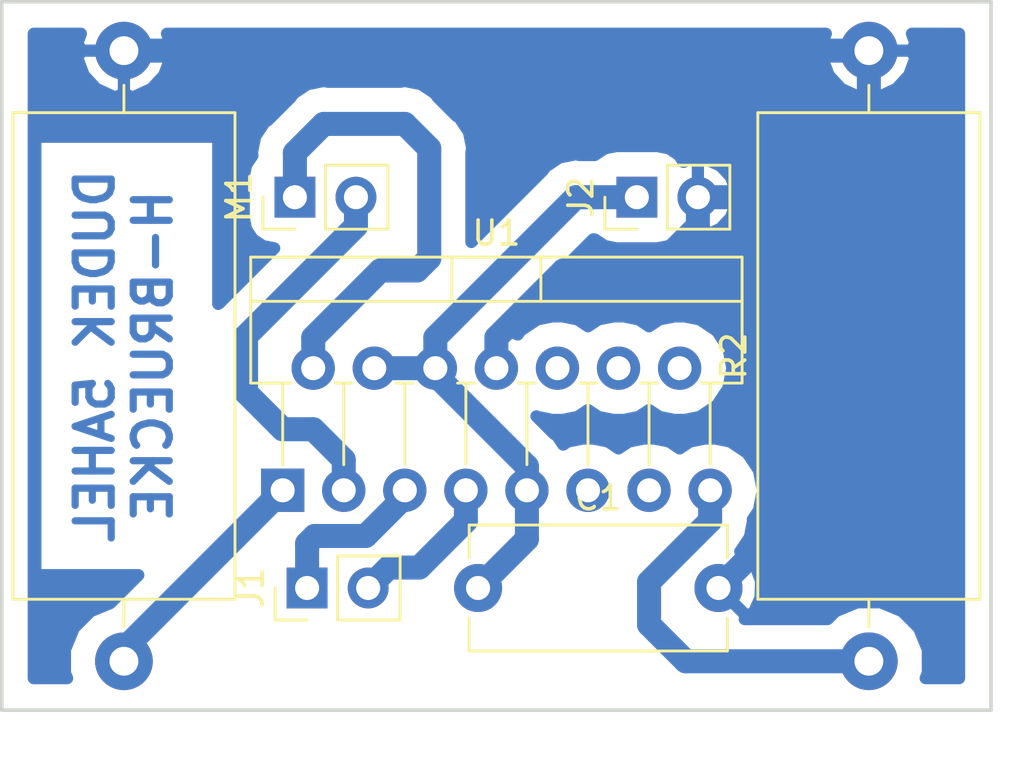
<source format=kicad_pcb>
(kicad_pcb (version 20171130) (host pcbnew "(5.0.0)")

  (general
    (thickness 1.6)
    (drawings 5)
    (tracks 57)
    (zones 0)
    (modules 7)
    (nets 9)
  )

  (page A4)
  (layers
    (0 F.Cu signal)
    (31 B.Cu signal)
    (32 B.Adhes user)
    (33 F.Adhes user)
    (34 B.Paste user)
    (35 F.Paste user)
    (36 B.SilkS user)
    (37 F.SilkS user hide)
    (38 B.Mask user)
    (39 F.Mask user)
    (40 Dwgs.User user)
    (41 Cmts.User user)
    (42 Eco1.User user)
    (43 Eco2.User user)
    (44 Edge.Cuts user)
    (45 Margin user)
    (46 B.CrtYd user)
    (47 F.CrtYd user)
    (48 B.Fab user)
    (49 F.Fab user)
  )

  (setup
    (last_trace_width 1)
    (trace_clearance 0.5)
    (zone_clearance 0.508)
    (zone_45_only no)
    (trace_min 0.2)
    (segment_width 0.2)
    (edge_width 0.15)
    (via_size 0.8)
    (via_drill 0.4)
    (via_min_size 0.4)
    (via_min_drill 0.3)
    (uvia_size 0.3)
    (uvia_drill 0.1)
    (uvias_allowed no)
    (uvia_min_size 0.2)
    (uvia_min_drill 0.1)
    (pcb_text_width 0.3)
    (pcb_text_size 1.5 1.5)
    (mod_edge_width 0.15)
    (mod_text_size 1 1)
    (mod_text_width 0.15)
    (pad_size 1.524 1.524)
    (pad_drill 0.762)
    (pad_to_mask_clearance 0.2)
    (aux_axis_origin 0 0)
    (visible_elements 7FFFFFFF)
    (pcbplotparams
      (layerselection 0x01000_fffffffe)
      (usegerberextensions false)
      (usegerberattributes false)
      (usegerberadvancedattributes false)
      (creategerberjobfile false)
      (excludeedgelayer false)
      (linewidth 0.100000)
      (plotframeref false)
      (viasonmask false)
      (mode 1)
      (useauxorigin false)
      (hpglpennumber 1)
      (hpglpenspeed 20)
      (hpglpendiameter 15.000000)
      (psnegative false)
      (psa4output false)
      (plotreference true)
      (plotvalue true)
      (plotinvisibletext false)
      (padsonsilk false)
      (subtractmaskfromsilk false)
      (outputformat 1)
      (mirror false)
      (drillshape 0)
      (scaleselection 1)
      (outputdirectory "production"))
  )

  (net 0 "")
  (net 1 "Net-(R1-Pad1)")
  (net 2 "Net-(M1-Pad1)")
  (net 3 "Net-(M1-Pad2)")
  (net 4 +5V)
  (net 5 GND)
  (net 6 "Net-(R2-Pad1)")
  (net 7 /ESP_IN1)
  (net 8 /ESP_IN2)

  (net_class Default "Dies ist die voreingestellte Netzklasse."
    (clearance 0.5)
    (trace_width 1)
    (via_dia 0.8)
    (via_drill 0.4)
    (uvia_dia 0.3)
    (uvia_drill 0.1)
    (add_net +5V)
    (add_net /ESP_IN1)
    (add_net /ESP_IN2)
    (add_net GND)
    (add_net "Net-(M1-Pad1)")
    (add_net "Net-(M1-Pad2)")
    (add_net "Net-(R1-Pad1)")
    (add_net "Net-(R2-Pad1)")
  )

  (module Capacitor_THT:C_Disc_D10.5mm_W5.0mm_P10.00mm (layer F.Cu) (tedit 5AE50EF0) (tstamp 61996D31)
    (at 185.42 112.776)
    (descr "C, Disc series, Radial, pin pitch=10.00mm, , diameter*width=10.5*5.0mm^2, Capacitor, http://www.vishay.com/docs/28535/vy2series.pdf")
    (tags "C Disc series Radial pin pitch 10.00mm  diameter 10.5mm width 5.0mm Capacitor")
    (path /618D0991)
    (fp_text reference C1 (at 5 -3.75) (layer F.SilkS)
      (effects (font (size 1 1) (thickness 0.15)))
    )
    (fp_text value 100nF (at 5 3.75) (layer F.Fab)
      (effects (font (size 1 1) (thickness 0.15)))
    )
    (fp_line (start -0.25 -2.5) (end -0.25 2.5) (layer F.Fab) (width 0.1))
    (fp_line (start -0.25 2.5) (end 10.25 2.5) (layer F.Fab) (width 0.1))
    (fp_line (start 10.25 2.5) (end 10.25 -2.5) (layer F.Fab) (width 0.1))
    (fp_line (start 10.25 -2.5) (end -0.25 -2.5) (layer F.Fab) (width 0.1))
    (fp_line (start -0.37 -2.62) (end 10.37 -2.62) (layer F.SilkS) (width 0.12))
    (fp_line (start -0.37 2.62) (end 10.37 2.62) (layer F.SilkS) (width 0.12))
    (fp_line (start -0.37 -2.62) (end -0.37 -1.256) (layer F.SilkS) (width 0.12))
    (fp_line (start -0.37 1.256) (end -0.37 2.62) (layer F.SilkS) (width 0.12))
    (fp_line (start 10.37 -2.62) (end 10.37 -1.256) (layer F.SilkS) (width 0.12))
    (fp_line (start 10.37 1.256) (end 10.37 2.62) (layer F.SilkS) (width 0.12))
    (fp_line (start -1.25 -2.75) (end -1.25 2.75) (layer F.CrtYd) (width 0.05))
    (fp_line (start -1.25 2.75) (end 11.25 2.75) (layer F.CrtYd) (width 0.05))
    (fp_line (start 11.25 2.75) (end 11.25 -2.75) (layer F.CrtYd) (width 0.05))
    (fp_line (start 11.25 -2.75) (end -1.25 -2.75) (layer F.CrtYd) (width 0.05))
    (fp_text user %R (at 5 0) (layer F.Fab)
      (effects (font (size 1 1) (thickness 0.15)))
    )
    (pad 1 thru_hole circle (at 0 0) (size 2 2) (drill 1) (layers *.Cu *.Mask)
      (net 4 +5V))
    (pad 2 thru_hole circle (at 10 0) (size 2 2) (drill 1) (layers *.Cu *.Mask)
      (net 5 GND))
    (model ${KISYS3DMOD}/Capacitor_THT.3dshapes/C_Disc_D10.5mm_W5.0mm_P10.00mm.wrl
      (at (xyz 0 0 0))
      (scale (xyz 1 1 1))
      (rotate (xyz 0 0 0))
    )
  )

  (module Connector_PinHeader_2.54mm:PinHeader_1x02_P2.54mm_Vertical (layer F.Cu) (tedit 59FED5CC) (tstamp 61997553)
    (at 178.308 112.776 90)
    (descr "Through hole straight pin header, 1x02, 2.54mm pitch, single row")
    (tags "Through hole pin header THT 1x02 2.54mm single row")
    (path /618D2B6C)
    (fp_text reference J1 (at 0 -2.33 90) (layer F.SilkS)
      (effects (font (size 1 1) (thickness 0.15)))
    )
    (fp_text value Conn_01x02_Female (at 0 4.87 90) (layer F.Fab)
      (effects (font (size 1 1) (thickness 0.15)))
    )
    (fp_text user %R (at 0 1.27 180) (layer F.Fab)
      (effects (font (size 1 1) (thickness 0.15)))
    )
    (fp_line (start 1.8 -1.8) (end -1.8 -1.8) (layer F.CrtYd) (width 0.05))
    (fp_line (start 1.8 4.35) (end 1.8 -1.8) (layer F.CrtYd) (width 0.05))
    (fp_line (start -1.8 4.35) (end 1.8 4.35) (layer F.CrtYd) (width 0.05))
    (fp_line (start -1.8 -1.8) (end -1.8 4.35) (layer F.CrtYd) (width 0.05))
    (fp_line (start -1.33 -1.33) (end 0 -1.33) (layer F.SilkS) (width 0.12))
    (fp_line (start -1.33 0) (end -1.33 -1.33) (layer F.SilkS) (width 0.12))
    (fp_line (start -1.33 1.27) (end 1.33 1.27) (layer F.SilkS) (width 0.12))
    (fp_line (start 1.33 1.27) (end 1.33 3.87) (layer F.SilkS) (width 0.12))
    (fp_line (start -1.33 1.27) (end -1.33 3.87) (layer F.SilkS) (width 0.12))
    (fp_line (start -1.33 3.87) (end 1.33 3.87) (layer F.SilkS) (width 0.12))
    (fp_line (start -1.27 -0.635) (end -0.635 -1.27) (layer F.Fab) (width 0.1))
    (fp_line (start -1.27 3.81) (end -1.27 -0.635) (layer F.Fab) (width 0.1))
    (fp_line (start 1.27 3.81) (end -1.27 3.81) (layer F.Fab) (width 0.1))
    (fp_line (start 1.27 -1.27) (end 1.27 3.81) (layer F.Fab) (width 0.1))
    (fp_line (start -0.635 -1.27) (end 1.27 -1.27) (layer F.Fab) (width 0.1))
    (pad 2 thru_hole oval (at 0 2.54 90) (size 1.7 1.7) (drill 1) (layers *.Cu *.Mask)
      (net 8 /ESP_IN2))
    (pad 1 thru_hole rect (at 0 0 90) (size 1.7 1.7) (drill 1) (layers *.Cu *.Mask)
      (net 7 /ESP_IN1))
    (model ${KISYS3DMOD}/Connector_PinHeader_2.54mm.3dshapes/PinHeader_1x02_P2.54mm_Vertical.wrl
      (at (xyz 0 0 0))
      (scale (xyz 1 1 1))
      (rotate (xyz 0 0 0))
    )
  )

  (module Connector_PinHeader_2.54mm:PinHeader_1x02_P2.54mm_Vertical (layer F.Cu) (tedit 59FED5CC) (tstamp 61997592)
    (at 192.024 96.52 90)
    (descr "Through hole straight pin header, 1x02, 2.54mm pitch, single row")
    (tags "Through hole pin header THT 1x02 2.54mm single row")
    (path /618D36DF)
    (fp_text reference J2 (at 0 -2.33 90) (layer F.SilkS)
      (effects (font (size 1 1) (thickness 0.15)))
    )
    (fp_text value Conn_01x02_Female (at 0 4.87 90) (layer F.Fab)
      (effects (font (size 1 1) (thickness 0.15)))
    )
    (fp_line (start -0.635 -1.27) (end 1.27 -1.27) (layer F.Fab) (width 0.1))
    (fp_line (start 1.27 -1.27) (end 1.27 3.81) (layer F.Fab) (width 0.1))
    (fp_line (start 1.27 3.81) (end -1.27 3.81) (layer F.Fab) (width 0.1))
    (fp_line (start -1.27 3.81) (end -1.27 -0.635) (layer F.Fab) (width 0.1))
    (fp_line (start -1.27 -0.635) (end -0.635 -1.27) (layer F.Fab) (width 0.1))
    (fp_line (start -1.33 3.87) (end 1.33 3.87) (layer F.SilkS) (width 0.12))
    (fp_line (start -1.33 1.27) (end -1.33 3.87) (layer F.SilkS) (width 0.12))
    (fp_line (start 1.33 1.27) (end 1.33 3.87) (layer F.SilkS) (width 0.12))
    (fp_line (start -1.33 1.27) (end 1.33 1.27) (layer F.SilkS) (width 0.12))
    (fp_line (start -1.33 0) (end -1.33 -1.33) (layer F.SilkS) (width 0.12))
    (fp_line (start -1.33 -1.33) (end 0 -1.33) (layer F.SilkS) (width 0.12))
    (fp_line (start -1.8 -1.8) (end -1.8 4.35) (layer F.CrtYd) (width 0.05))
    (fp_line (start -1.8 4.35) (end 1.8 4.35) (layer F.CrtYd) (width 0.05))
    (fp_line (start 1.8 4.35) (end 1.8 -1.8) (layer F.CrtYd) (width 0.05))
    (fp_line (start 1.8 -1.8) (end -1.8 -1.8) (layer F.CrtYd) (width 0.05))
    (fp_text user %R (at 0 1.27 180) (layer F.Fab)
      (effects (font (size 1 1) (thickness 0.15)))
    )
    (pad 1 thru_hole rect (at 0 0 90) (size 1.7 1.7) (drill 1) (layers *.Cu *.Mask)
      (net 4 +5V))
    (pad 2 thru_hole oval (at 0 2.54 90) (size 1.7 1.7) (drill 1) (layers *.Cu *.Mask)
      (net 5 GND))
    (model ${KISYS3DMOD}/Connector_PinHeader_2.54mm.3dshapes/PinHeader_1x02_P2.54mm_Vertical.wrl
      (at (xyz 0 0 0))
      (scale (xyz 1 1 1))
      (rotate (xyz 0 0 0))
    )
  )

  (module Connector_PinHeader_2.54mm:PinHeader_1x02_P2.54mm_Vertical (layer F.Cu) (tedit 59FED5CC) (tstamp 61996D73)
    (at 177.8 96.52 90)
    (descr "Through hole straight pin header, 1x02, 2.54mm pitch, single row")
    (tags "Through hole pin header THT 1x02 2.54mm single row")
    (path /615EFA43)
    (fp_text reference M1 (at 0 -2.33 90) (layer F.SilkS)
      (effects (font (size 1 1) (thickness 0.15)))
    )
    (fp_text value Motor_DC (at 0 4.87 90) (layer F.Fab)
      (effects (font (size 1 1) (thickness 0.15)))
    )
    (fp_line (start -0.635 -1.27) (end 1.27 -1.27) (layer F.Fab) (width 0.1))
    (fp_line (start 1.27 -1.27) (end 1.27 3.81) (layer F.Fab) (width 0.1))
    (fp_line (start 1.27 3.81) (end -1.27 3.81) (layer F.Fab) (width 0.1))
    (fp_line (start -1.27 3.81) (end -1.27 -0.635) (layer F.Fab) (width 0.1))
    (fp_line (start -1.27 -0.635) (end -0.635 -1.27) (layer F.Fab) (width 0.1))
    (fp_line (start -1.33 3.87) (end 1.33 3.87) (layer F.SilkS) (width 0.12))
    (fp_line (start -1.33 1.27) (end -1.33 3.87) (layer F.SilkS) (width 0.12))
    (fp_line (start 1.33 1.27) (end 1.33 3.87) (layer F.SilkS) (width 0.12))
    (fp_line (start -1.33 1.27) (end 1.33 1.27) (layer F.SilkS) (width 0.12))
    (fp_line (start -1.33 0) (end -1.33 -1.33) (layer F.SilkS) (width 0.12))
    (fp_line (start -1.33 -1.33) (end 0 -1.33) (layer F.SilkS) (width 0.12))
    (fp_line (start -1.8 -1.8) (end -1.8 4.35) (layer F.CrtYd) (width 0.05))
    (fp_line (start -1.8 4.35) (end 1.8 4.35) (layer F.CrtYd) (width 0.05))
    (fp_line (start 1.8 4.35) (end 1.8 -1.8) (layer F.CrtYd) (width 0.05))
    (fp_line (start 1.8 -1.8) (end -1.8 -1.8) (layer F.CrtYd) (width 0.05))
    (fp_text user %R (at 0 1.27 180) (layer F.Fab)
      (effects (font (size 1 1) (thickness 0.15)))
    )
    (pad 1 thru_hole rect (at 0 0 90) (size 1.7 1.7) (drill 1) (layers *.Cu *.Mask)
      (net 2 "Net-(M1-Pad1)"))
    (pad 2 thru_hole oval (at 0 2.54 90) (size 1.7 1.7) (drill 1) (layers *.Cu *.Mask)
      (net 3 "Net-(M1-Pad2)"))
    (model ${KISYS3DMOD}/Connector_PinHeader_2.54mm.3dshapes/PinHeader_1x02_P2.54mm_Vertical.wrl
      (at (xyz 0 0 0))
      (scale (xyz 1 1 1))
      (rotate (xyz 0 0 0))
    )
  )

  (module Resistor_THT:R_Axial_DIN0922_L20.0mm_D9.0mm_P25.40mm_Horizontal (layer F.Cu) (tedit 5AE5139B) (tstamp 61996D8A)
    (at 170.688 115.824 90)
    (descr "Resistor, Axial_DIN0922 series, Axial, Horizontal, pin pitch=25.4mm, 5W, length*diameter=20*9mm^2, http://www.vishay.com/docs/20128/wkxwrx.pdf")
    (tags "Resistor Axial_DIN0922 series Axial Horizontal pin pitch 25.4mm 5W length 20mm diameter 9mm")
    (path /615EF88A)
    (fp_text reference R1 (at 12.7 -5.62 90) (layer F.SilkS)
      (effects (font (size 1 1) (thickness 0.15)))
    )
    (fp_text value 1 (at 12.7 5.62 90) (layer F.Fab)
      (effects (font (size 1 1) (thickness 0.15)))
    )
    (fp_line (start 2.7 -4.5) (end 2.7 4.5) (layer F.Fab) (width 0.1))
    (fp_line (start 2.7 4.5) (end 22.7 4.5) (layer F.Fab) (width 0.1))
    (fp_line (start 22.7 4.5) (end 22.7 -4.5) (layer F.Fab) (width 0.1))
    (fp_line (start 22.7 -4.5) (end 2.7 -4.5) (layer F.Fab) (width 0.1))
    (fp_line (start 0 0) (end 2.7 0) (layer F.Fab) (width 0.1))
    (fp_line (start 25.4 0) (end 22.7 0) (layer F.Fab) (width 0.1))
    (fp_line (start 2.58 -4.62) (end 2.58 4.62) (layer F.SilkS) (width 0.12))
    (fp_line (start 2.58 4.62) (end 22.82 4.62) (layer F.SilkS) (width 0.12))
    (fp_line (start 22.82 4.62) (end 22.82 -4.62) (layer F.SilkS) (width 0.12))
    (fp_line (start 22.82 -4.62) (end 2.58 -4.62) (layer F.SilkS) (width 0.12))
    (fp_line (start 1.44 0) (end 2.58 0) (layer F.SilkS) (width 0.12))
    (fp_line (start 23.96 0) (end 22.82 0) (layer F.SilkS) (width 0.12))
    (fp_line (start -1.45 -4.75) (end -1.45 4.75) (layer F.CrtYd) (width 0.05))
    (fp_line (start -1.45 4.75) (end 26.85 4.75) (layer F.CrtYd) (width 0.05))
    (fp_line (start 26.85 4.75) (end 26.85 -4.75) (layer F.CrtYd) (width 0.05))
    (fp_line (start 26.85 -4.75) (end -1.45 -4.75) (layer F.CrtYd) (width 0.05))
    (fp_text user %R (at 12.7 0 90) (layer F.Fab)
      (effects (font (size 1 1) (thickness 0.15)))
    )
    (pad 1 thru_hole circle (at 0 0 90) (size 2.4 2.4) (drill 1.2) (layers *.Cu *.Mask)
      (net 1 "Net-(R1-Pad1)"))
    (pad 2 thru_hole oval (at 25.4 0 90) (size 2.4 2.4) (drill 1.2) (layers *.Cu *.Mask)
      (net 5 GND))
    (model ${KISYS3DMOD}/Resistor_THT.3dshapes/R_Axial_DIN0922_L20.0mm_D9.0mm_P25.40mm_Horizontal.wrl
      (at (xyz 0 0 0))
      (scale (xyz 1 1 1))
      (rotate (xyz 0 0 0))
    )
  )

  (module Resistor_THT:R_Axial_DIN0922_L20.0mm_D9.0mm_P25.40mm_Horizontal (layer F.Cu) (tedit 5AE5139B) (tstamp 61996DA1)
    (at 201.676 115.824 90)
    (descr "Resistor, Axial_DIN0922 series, Axial, Horizontal, pin pitch=25.4mm, 5W, length*diameter=20*9mm^2, http://www.vishay.com/docs/20128/wkxwrx.pdf")
    (tags "Resistor Axial_DIN0922 series Axial Horizontal pin pitch 25.4mm 5W length 20mm diameter 9mm")
    (path /615EF8F0)
    (fp_text reference R2 (at 12.7 -5.62 90) (layer F.SilkS)
      (effects (font (size 1 1) (thickness 0.15)))
    )
    (fp_text value 1 (at 12.7 5.62 90) (layer F.Fab)
      (effects (font (size 1 1) (thickness 0.15)))
    )
    (fp_text user %R (at 12.7 0 90) (layer F.Fab)
      (effects (font (size 1 1) (thickness 0.15)))
    )
    (fp_line (start 26.85 -4.75) (end -1.45 -4.75) (layer F.CrtYd) (width 0.05))
    (fp_line (start 26.85 4.75) (end 26.85 -4.75) (layer F.CrtYd) (width 0.05))
    (fp_line (start -1.45 4.75) (end 26.85 4.75) (layer F.CrtYd) (width 0.05))
    (fp_line (start -1.45 -4.75) (end -1.45 4.75) (layer F.CrtYd) (width 0.05))
    (fp_line (start 23.96 0) (end 22.82 0) (layer F.SilkS) (width 0.12))
    (fp_line (start 1.44 0) (end 2.58 0) (layer F.SilkS) (width 0.12))
    (fp_line (start 22.82 -4.62) (end 2.58 -4.62) (layer F.SilkS) (width 0.12))
    (fp_line (start 22.82 4.62) (end 22.82 -4.62) (layer F.SilkS) (width 0.12))
    (fp_line (start 2.58 4.62) (end 22.82 4.62) (layer F.SilkS) (width 0.12))
    (fp_line (start 2.58 -4.62) (end 2.58 4.62) (layer F.SilkS) (width 0.12))
    (fp_line (start 25.4 0) (end 22.7 0) (layer F.Fab) (width 0.1))
    (fp_line (start 0 0) (end 2.7 0) (layer F.Fab) (width 0.1))
    (fp_line (start 22.7 -4.5) (end 2.7 -4.5) (layer F.Fab) (width 0.1))
    (fp_line (start 22.7 4.5) (end 22.7 -4.5) (layer F.Fab) (width 0.1))
    (fp_line (start 2.7 4.5) (end 22.7 4.5) (layer F.Fab) (width 0.1))
    (fp_line (start 2.7 -4.5) (end 2.7 4.5) (layer F.Fab) (width 0.1))
    (pad 2 thru_hole oval (at 25.4 0 90) (size 2.4 2.4) (drill 1.2) (layers *.Cu *.Mask)
      (net 5 GND))
    (pad 1 thru_hole circle (at 0 0 90) (size 2.4 2.4) (drill 1.2) (layers *.Cu *.Mask)
      (net 6 "Net-(R2-Pad1)"))
    (model ${KISYS3DMOD}/Resistor_THT.3dshapes/R_Axial_DIN0922_L20.0mm_D9.0mm_P25.40mm_Horizontal.wrl
      (at (xyz 0 0 0))
      (scale (xyz 1 1 1))
      (rotate (xyz 0 0 0))
    )
  )

  (module Package_TO_SOT_THT:TO-220-15_P2.54x2.54mm_StaggerOdd_Lead4.58mm_Vertical (layer F.Cu) (tedit 5AF05A31) (tstamp 61996DDE)
    (at 177.292 108.712)
    (descr "TO-220-15, Vertical, RM 1.27mm, staggered type-1, see http://www.st.com/resource/en/datasheet/l298.pdf")
    (tags "TO-220-15 Vertical RM 1.27mm staggered type-1")
    (path /615EF690)
    (fp_text reference U1 (at 8.89 -10.7) (layer F.SilkS)
      (effects (font (size 1 1) (thickness 0.15)))
    )
    (fp_text value L298HN (at 8.89 2.15) (layer F.Fab)
      (effects (font (size 1 1) (thickness 0.15)))
    )
    (fp_line (start -1.21 -9.58) (end -1.21 -4.58) (layer F.Fab) (width 0.1))
    (fp_line (start -1.21 -4.58) (end 18.99 -4.58) (layer F.Fab) (width 0.1))
    (fp_line (start 18.99 -4.58) (end 18.99 -9.58) (layer F.Fab) (width 0.1))
    (fp_line (start 18.99 -9.58) (end -1.21 -9.58) (layer F.Fab) (width 0.1))
    (fp_line (start -1.21 -7.98) (end 18.99 -7.98) (layer F.Fab) (width 0.1))
    (fp_line (start 7.04 -9.58) (end 7.04 -7.98) (layer F.Fab) (width 0.1))
    (fp_line (start 10.74 -9.58) (end 10.74 -7.98) (layer F.Fab) (width 0.1))
    (fp_line (start 0 -4.58) (end 0 0) (layer F.Fab) (width 0.1))
    (fp_line (start 2.54 -4.58) (end 2.54 0) (layer F.Fab) (width 0.1))
    (fp_line (start 5.08 -4.58) (end 5.08 0) (layer F.Fab) (width 0.1))
    (fp_line (start 7.62 -4.58) (end 7.62 0) (layer F.Fab) (width 0.1))
    (fp_line (start 10.16 -4.58) (end 10.16 0) (layer F.Fab) (width 0.1))
    (fp_line (start 12.7 -4.58) (end 12.7 0) (layer F.Fab) (width 0.1))
    (fp_line (start 15.24 -4.58) (end 15.24 0) (layer F.Fab) (width 0.1))
    (fp_line (start 17.78 -4.58) (end 17.78 0) (layer F.Fab) (width 0.1))
    (fp_line (start -1.33 -9.7) (end 19.11 -9.7) (layer F.SilkS) (width 0.12))
    (fp_line (start -1.33 -4.459) (end 0.346 -4.459) (layer F.SilkS) (width 0.12))
    (fp_line (start 2.195 -4.459) (end 2.886 -4.459) (layer F.SilkS) (width 0.12))
    (fp_line (start 4.735 -4.459) (end 5.426 -4.459) (layer F.SilkS) (width 0.12))
    (fp_line (start 7.275 -4.459) (end 7.966 -4.459) (layer F.SilkS) (width 0.12))
    (fp_line (start 9.815 -4.459) (end 10.506 -4.459) (layer F.SilkS) (width 0.12))
    (fp_line (start 12.355 -4.459) (end 13.046 -4.459) (layer F.SilkS) (width 0.12))
    (fp_line (start 14.895 -4.459) (end 15.586 -4.459) (layer F.SilkS) (width 0.12))
    (fp_line (start 17.435 -4.459) (end 19.11 -4.459) (layer F.SilkS) (width 0.12))
    (fp_line (start -1.33 -9.7) (end -1.33 -4.459) (layer F.SilkS) (width 0.12))
    (fp_line (start 19.11 -9.7) (end 19.11 -4.459) (layer F.SilkS) (width 0.12))
    (fp_line (start -1.33 -7.86) (end 19.11 -7.86) (layer F.SilkS) (width 0.12))
    (fp_line (start 7.041 -9.7) (end 7.041 -7.86) (layer F.SilkS) (width 0.12))
    (fp_line (start 10.74 -9.7) (end 10.74 -7.86) (layer F.SilkS) (width 0.12))
    (fp_line (start 0 -4.459) (end 0 -1.05) (layer F.SilkS) (width 0.12))
    (fp_line (start 2.54 -4.459) (end 2.54 -1.065) (layer F.SilkS) (width 0.12))
    (fp_line (start 5.08 -4.459) (end 5.08 -1.065) (layer F.SilkS) (width 0.12))
    (fp_line (start 7.62 -4.459) (end 7.62 -1.065) (layer F.SilkS) (width 0.12))
    (fp_line (start 10.16 -4.459) (end 10.16 -1.065) (layer F.SilkS) (width 0.12))
    (fp_line (start 12.7 -4.459) (end 12.7 -1.065) (layer F.SilkS) (width 0.12))
    (fp_line (start 15.24 -4.459) (end 15.24 -1.065) (layer F.SilkS) (width 0.12))
    (fp_line (start 17.78 -4.459) (end 17.78 -1.065) (layer F.SilkS) (width 0.12))
    (fp_line (start -1.46 -9.83) (end -1.46 1.16) (layer F.CrtYd) (width 0.05))
    (fp_line (start -1.46 1.16) (end 19.25 1.16) (layer F.CrtYd) (width 0.05))
    (fp_line (start 19.25 1.16) (end 19.25 -9.83) (layer F.CrtYd) (width 0.05))
    (fp_line (start 19.25 -9.83) (end -1.46 -9.83) (layer F.CrtYd) (width 0.05))
    (fp_text user %R (at 8.89 -10.7) (layer F.Fab)
      (effects (font (size 1 1) (thickness 0.15)))
    )
    (pad 1 thru_hole rect (at 0 0) (size 1.8 1.8) (drill 1) (layers *.Cu *.Mask)
      (net 1 "Net-(R1-Pad1)"))
    (pad 2 thru_hole oval (at 1.27 -5.08) (size 1.8 1.8) (drill 1) (layers *.Cu *.Mask)
      (net 2 "Net-(M1-Pad1)"))
    (pad 3 thru_hole oval (at 2.54 0) (size 1.8 1.8) (drill 1) (layers *.Cu *.Mask)
      (net 3 "Net-(M1-Pad2)"))
    (pad 4 thru_hole oval (at 3.81 -5.08) (size 1.8 1.8) (drill 1) (layers *.Cu *.Mask)
      (net 4 +5V))
    (pad 5 thru_hole oval (at 5.08 0) (size 1.8 1.8) (drill 1) (layers *.Cu *.Mask)
      (net 7 /ESP_IN1))
    (pad 6 thru_hole oval (at 6.35 -5.08) (size 1.8 1.8) (drill 1) (layers *.Cu *.Mask)
      (net 4 +5V))
    (pad 7 thru_hole oval (at 7.62 0) (size 1.8 1.8) (drill 1) (layers *.Cu *.Mask)
      (net 8 /ESP_IN2))
    (pad 8 thru_hole oval (at 8.89 -5.08) (size 1.8 1.8) (drill 1) (layers *.Cu *.Mask)
      (net 5 GND))
    (pad 9 thru_hole oval (at 10.16 0) (size 1.8 1.8) (drill 1) (layers *.Cu *.Mask)
      (net 4 +5V))
    (pad 10 thru_hole oval (at 11.43 -5.08) (size 1.8 1.8) (drill 1) (layers *.Cu *.Mask))
    (pad 11 thru_hole oval (at 12.7 0) (size 1.8 1.8) (drill 1) (layers *.Cu *.Mask))
    (pad 12 thru_hole oval (at 13.97 -5.08) (size 1.8 1.8) (drill 1) (layers *.Cu *.Mask))
    (pad 13 thru_hole oval (at 15.24 0) (size 1.8 1.8) (drill 1) (layers *.Cu *.Mask))
    (pad 14 thru_hole oval (at 16.51 -5.08) (size 1.8 1.8) (drill 1) (layers *.Cu *.Mask))
    (pad 15 thru_hole oval (at 17.78 0) (size 1.8 1.8) (drill 1) (layers *.Cu *.Mask)
      (net 6 "Net-(R2-Pad1)"))
    (model ${KISYS3DMOD}/Package_TO_SOT_THT.3dshapes/TO-220-15_P2.54x2.54mm_StaggerOdd_Lead4.58mm_Vertical.wrl
      (at (xyz 0 0 0))
      (scale (xyz 1 1 1))
      (rotate (xyz 0 0 0))
    )
  )

  (gr_text "DUDEK 5AHEL\nH-BRUECKE" (at 170.688 103.124 90) (layer B.Cu)
    (effects (font (size 1.5 1.5) (thickness 0.3)) (justify mirror))
  )
  (gr_line (start 165.608 117.856) (end 165.608 88.392) (layer Edge.Cuts) (width 0.15))
  (gr_line (start 206.756 117.856) (end 165.608 117.856) (layer Edge.Cuts) (width 0.15))
  (gr_line (start 206.756 88.392) (end 206.756 117.856) (layer Edge.Cuts) (width 0.15))
  (gr_line (start 165.608 88.392) (end 206.756 88.392) (layer Edge.Cuts) (width 0.15))

  (segment (start 170.688 115.316) (end 177.292 108.712) (width 1) (layer B.Cu) (net 1))
  (segment (start 170.688 115.824) (end 170.688 115.316) (width 1) (layer B.Cu) (net 1))
  (segment (start 178.562 102.359208) (end 181.353208 99.568) (width 1) (layer B.Cu) (net 2))
  (segment (start 178.562 103.632) (end 178.562 102.359208) (width 1) (layer B.Cu) (net 2))
  (segment (start 181.353208 99.568) (end 182.88 99.568) (width 1) (layer B.Cu) (net 2))
  (segment (start 182.88 99.568) (end 183.388 99.06) (width 1) (layer B.Cu) (net 2))
  (segment (start 183.388 99.06) (end 183.388 94.488) (width 1) (layer B.Cu) (net 2))
  (segment (start 183.388 94.488) (end 182.372 93.472) (width 1) (layer B.Cu) (net 2))
  (segment (start 177.8 94.67) (end 177.8 96.52) (width 1) (layer B.Cu) (net 2))
  (segment (start 178.998 93.472) (end 177.8 94.67) (width 1) (layer B.Cu) (net 2))
  (segment (start 182.372 93.472) (end 178.998 93.472) (width 1) (layer B.Cu) (net 2))
  (segment (start 179.832 107.439208) (end 178.564792 106.172) (width 1) (layer B.Cu) (net 3))
  (segment (start 179.832 108.712) (end 179.832 107.439208) (width 1) (layer B.Cu) (net 3))
  (segment (start 178.564792 106.172) (end 177.292 106.172) (width 1) (layer B.Cu) (net 3))
  (segment (start 177.292 106.172) (end 175.768 104.648) (width 1) (layer B.Cu) (net 3))
  (segment (start 180.34 97.722081) (end 180.34 96.52) (width 1) (layer B.Cu) (net 3))
  (segment (start 175.768 102.294081) (end 180.34 97.722081) (width 1) (layer B.Cu) (net 3))
  (segment (start 175.768 104.648) (end 175.768 102.294081) (width 1) (layer B.Cu) (net 3))
  (segment (start 181.102 103.632) (end 183.642 103.632) (width 1) (layer B.Cu) (net 4) (tstamp 619975E7))
  (segment (start 187.452 107.714002) (end 187.452 108.712) (width 1) (layer B.Cu) (net 4) (tstamp 619975DE))
  (segment (start 183.642 103.904002) (end 187.452 107.714002) (width 1) (layer B.Cu) (net 4) (tstamp 619975E4))
  (segment (start 183.642 103.632) (end 183.642 103.904002) (width 1) (layer B.Cu) (net 4) (tstamp 619975E1))
  (segment (start 187.452 110.744) (end 187.452 108.712) (width 1) (layer B.Cu) (net 4) (tstamp 619975D5))
  (segment (start 185.42 112.776) (end 187.452 110.744) (width 1) (layer B.Cu) (net 4) (tstamp 619975C3))
  (segment (start 190.174 96.52) (end 192.024 96.52) (width 1) (layer B.Cu) (net 4))
  (segment (start 189.481208 96.52) (end 190.174 96.52) (width 1) (layer B.Cu) (net 4))
  (segment (start 183.642 102.359208) (end 189.481208 96.52) (width 1) (layer B.Cu) (net 4))
  (segment (start 183.642 103.632) (end 183.642 102.359208) (width 1) (layer B.Cu) (net 4))
  (segment (start 186.182 102.359208) (end 188.973208 99.568) (width 1) (layer B.Cu) (net 5))
  (segment (start 186.182 103.632) (end 186.182 102.359208) (width 1) (layer B.Cu) (net 5))
  (segment (start 188.973208 99.568) (end 192.718081 99.568) (width 1) (layer B.Cu) (net 5))
  (segment (start 194.564 97.722081) (end 194.564 96.52) (width 1) (layer B.Cu) (net 5))
  (segment (start 192.718081 99.568) (end 194.564 97.722081) (width 1) (layer B.Cu) (net 5))
  (segment (start 170.688 90.424) (end 201.676 90.424) (width 1) (layer B.Cu) (net 5))
  (segment (start 195.42 112.776) (end 201.676 106.52) (width 1) (layer B.Cu) (net 5))
  (segment (start 201.676 97.536) (end 200.66 96.52) (width 1) (layer B.Cu) (net 5))
  (segment (start 200.66 96.52) (end 201.676 96.52) (width 1) (layer B.Cu) (net 5))
  (segment (start 194.564 96.52) (end 200.66 96.52) (width 1) (layer B.Cu) (net 5))
  (segment (start 201.676 106.52) (end 201.676 97.536) (width 1) (layer B.Cu) (net 5))
  (segment (start 201.676 97.536) (end 201.676 96.52) (width 1) (layer B.Cu) (net 5))
  (segment (start 200.66 96.52) (end 201.676 95.504) (width 1) (layer B.Cu) (net 5))
  (segment (start 201.676 96.52) (end 201.676 95.504) (width 1) (layer B.Cu) (net 5))
  (segment (start 201.676 95.504) (end 201.676 90.424) (width 1) (layer B.Cu) (net 5))
  (segment (start 194.056 115.824) (end 201.676 115.824) (width 1) (layer B.Cu) (net 6))
  (segment (start 192.532 114.3) (end 194.056 115.824) (width 1) (layer B.Cu) (net 6))
  (segment (start 192.532 112.524792) (end 192.532 114.3) (width 1) (layer B.Cu) (net 6))
  (segment (start 195.072 108.712) (end 195.072 109.984792) (width 1) (layer B.Cu) (net 6))
  (segment (start 195.072 109.984792) (end 192.532 112.524792) (width 1) (layer B.Cu) (net 6))
  (segment (start 182.372 108.984002) (end 182.372 108.712) (width 1) (layer B.Cu) (net 7) (tstamp 619975C9))
  (segment (start 180.744001 110.612001) (end 182.372 108.984002) (width 1) (layer B.Cu) (net 7) (tstamp 619975BD))
  (segment (start 178.621999 110.612001) (end 180.744001 110.612001) (width 1) (layer B.Cu) (net 7) (tstamp 619975C6))
  (segment (start 178.308 110.926) (end 178.621999 110.612001) (width 1) (layer B.Cu) (net 7) (tstamp 619975D8))
  (segment (start 178.308 112.776) (end 178.308 110.926) (width 1) (layer B.Cu) (net 7) (tstamp 619975D2))
  (segment (start 184.912 109.984792) (end 184.912 108.712) (width 1) (layer B.Cu) (net 8) (tstamp 619975CF))
  (segment (start 182.970791 111.926001) (end 184.912 109.984792) (width 1) (layer B.Cu) (net 8) (tstamp 619975C0))
  (segment (start 181.697999 111.926001) (end 182.970791 111.926001) (width 1) (layer B.Cu) (net 8) (tstamp 619975CC))
  (segment (start 180.848 112.776) (end 181.697999 111.926001) (width 1) (layer B.Cu) (net 8) (tstamp 619975DB))

  (zone (net 5) (net_name GND) (layer B.Cu) (tstamp 0) (hatch edge 0.508)
    (connect_pads (clearance 1))
    (min_thickness 0.5)
    (fill yes (arc_segments 16) (thermal_gap 0.508) (thermal_bridge_width 0.508))
    (polygon
      (pts
        (xy 165.608 88.392) (xy 165.608 117.856) (xy 206.756 117.856) (xy 206.756 88.392)
      )
    )
    (filled_polygon
      (pts
        (xy 168.754736 90.113751) (xy 168.919504 90.42) (xy 170.684 90.42) (xy 170.684 90.4) (xy 170.692 90.4)
        (xy 170.692 90.42) (xy 172.456496 90.42) (xy 172.621264 90.113751) (xy 172.473973 89.717) (xy 199.890027 89.717)
        (xy 199.742736 90.113751) (xy 199.907504 90.42) (xy 201.672 90.42) (xy 201.672 90.4) (xy 201.68 90.4)
        (xy 201.68 90.42) (xy 203.444496 90.42) (xy 203.609264 90.113751) (xy 203.461973 89.717) (xy 205.431 89.717)
        (xy 205.431001 116.531) (xy 204.035012 116.531) (xy 204.126 116.311335) (xy 204.126 115.336665) (xy 203.753009 114.436187)
        (xy 203.063813 113.746991) (xy 202.163335 113.374) (xy 201.188665 113.374) (xy 200.288187 113.746991) (xy 199.961178 114.074)
        (xy 196.509553 114.074) (xy 196.550618 113.912275) (xy 195.42 112.781657) (xy 195.405858 112.795799) (xy 195.400201 112.790142)
        (xy 195.414343 112.776) (xy 195.425657 112.776) (xy 196.556275 113.906618) (xy 196.872463 113.826331) (xy 197.163845 113.190546)
        (xy 197.189743 112.49165) (xy 196.946213 111.836044) (xy 196.872463 111.725669) (xy 196.556275 111.645382) (xy 195.425657 112.776)
        (xy 195.414343 112.776) (xy 195.400201 112.761858) (xy 195.405858 112.756201) (xy 195.42 112.770343) (xy 196.550618 111.639725)
        (xy 196.470331 111.323537) (xy 196.320862 111.255035) (xy 196.333679 111.246471) (xy 196.476881 111.032155) (xy 196.625026 110.810439)
        (xy 196.720463 110.667608) (xy 196.822 110.157149) (xy 196.822 110.157144) (xy 196.856283 109.984793) (xy 196.845053 109.928335)
        (xy 197.097255 109.550888) (xy 197.26412 108.712) (xy 197.097255 107.873112) (xy 196.622063 107.161937) (xy 195.910888 106.686745)
        (xy 195.283752 106.562) (xy 194.860248 106.562) (xy 194.233112 106.686745) (xy 193.802 106.974805) (xy 193.370888 106.686745)
        (xy 192.743752 106.562) (xy 192.320248 106.562) (xy 191.693112 106.686745) (xy 191.262 106.974805) (xy 190.830888 106.686745)
        (xy 190.203752 106.562) (xy 189.780248 106.562) (xy 189.153112 106.686745) (xy 188.957603 106.81738) (xy 188.713679 106.452323)
        (xy 188.567562 106.354691) (xy 187.843976 105.631105) (xy 187.883112 105.657255) (xy 188.510248 105.782) (xy 188.933752 105.782)
        (xy 189.560888 105.657255) (xy 189.992 105.369195) (xy 190.423112 105.657255) (xy 191.050248 105.782) (xy 191.473752 105.782)
        (xy 192.100888 105.657255) (xy 192.532 105.369195) (xy 192.963112 105.657255) (xy 193.590248 105.782) (xy 194.013752 105.782)
        (xy 194.640888 105.657255) (xy 195.352063 105.182063) (xy 195.827255 104.470888) (xy 195.99412 103.632) (xy 195.827255 102.793112)
        (xy 195.352063 102.081937) (xy 194.640888 101.606745) (xy 194.013752 101.482) (xy 193.590248 101.482) (xy 192.963112 101.606745)
        (xy 192.532 101.894805) (xy 192.100888 101.606745) (xy 191.473752 101.482) (xy 191.050248 101.482) (xy 190.423112 101.606745)
        (xy 189.992 101.894805) (xy 189.560888 101.606745) (xy 188.933752 101.482) (xy 188.510248 101.482) (xy 187.883112 101.606745)
        (xy 187.171937 102.081937) (xy 187.068801 102.236291) (xy 187.05171 102.220416) (xy 186.47136 102.004722) (xy 190.206082 98.27)
        (xy 190.272 98.27) (xy 190.272801 98.271199) (xy 190.686275 98.547473) (xy 191.174 98.644488) (xy 192.874 98.644488)
        (xy 193.361725 98.547473) (xy 193.775199 98.271199) (xy 193.968499 97.981904) (xy 194.192511 98.0845) (xy 194.308503 98.107572)
        (xy 194.56 97.938494) (xy 194.56 96.524) (xy 194.568 96.524) (xy 194.568 97.938494) (xy 194.819497 98.107572)
        (xy 194.935489 98.0845) (xy 195.505919 97.823247) (xy 195.932951 97.363586) (xy 196.151572 96.775497) (xy 195.982495 96.524)
        (xy 194.568 96.524) (xy 194.56 96.524) (xy 194.54 96.524) (xy 194.54 96.516) (xy 194.56 96.516)
        (xy 194.56 95.101506) (xy 194.568 95.101506) (xy 194.568 96.516) (xy 195.982495 96.516) (xy 196.151572 96.264503)
        (xy 195.932951 95.676414) (xy 195.505919 95.216753) (xy 194.935489 94.9555) (xy 194.819497 94.932428) (xy 194.568 95.101506)
        (xy 194.56 95.101506) (xy 194.308503 94.932428) (xy 194.192511 94.9555) (xy 193.968499 95.058096) (xy 193.775199 94.768801)
        (xy 193.361725 94.492527) (xy 192.874 94.395512) (xy 191.174 94.395512) (xy 190.686275 94.492527) (xy 190.272801 94.768801)
        (xy 190.272 94.77) (xy 189.65356 94.77) (xy 189.481207 94.735717) (xy 189.308854 94.77) (xy 189.308851 94.77)
        (xy 188.798392 94.871537) (xy 188.365645 95.160689) (xy 188.365644 95.16069) (xy 188.219529 95.258321) (xy 188.121898 95.404436)
        (xy 185.138 98.388335) (xy 185.138 94.660353) (xy 185.172283 94.488) (xy 185.138 94.315647) (xy 185.138 94.315643)
        (xy 185.036463 93.805184) (xy 184.649679 93.226321) (xy 184.503561 93.128688) (xy 183.731312 92.356439) (xy 183.633679 92.210321)
        (xy 183.054816 91.823537) (xy 182.544357 91.722) (xy 182.544353 91.722) (xy 182.372 91.687717) (xy 182.199647 91.722)
        (xy 179.170353 91.722) (xy 178.998 91.687717) (xy 178.825647 91.722) (xy 178.825643 91.722) (xy 178.315184 91.823537)
        (xy 177.736321 92.210321) (xy 177.638688 92.356439) (xy 176.684439 93.310688) (xy 176.538321 93.408321) (xy 176.151537 93.987185)
        (xy 176.05 94.497644) (xy 176.05 94.497647) (xy 176.015717 94.67) (xy 176.038451 94.784291) (xy 175.772527 95.182275)
        (xy 175.675512 95.67) (xy 175.675512 97.37) (xy 175.772527 97.857725) (xy 176.048801 98.271199) (xy 176.462275 98.547473)
        (xy 176.943927 98.64328) (xy 174.652437 100.934771) (xy 174.608 100.964463) (xy 174.608 94.009714) (xy 167.008 94.009714)
        (xy 167.008 112.238285) (xy 171.290842 112.238285) (xy 170.122926 113.4062) (xy 169.300187 113.746991) (xy 168.610991 114.436187)
        (xy 168.238 115.336665) (xy 168.238 116.311335) (xy 168.328988 116.531) (xy 166.933 116.531) (xy 166.933 90.734249)
        (xy 168.754736 90.734249) (xy 169.020624 91.450461) (xy 169.540355 92.010403) (xy 170.234804 92.32883) (xy 170.377751 92.357264)
        (xy 170.684 92.192495) (xy 170.684 90.428) (xy 170.692 90.428) (xy 170.692 92.192495) (xy 170.998249 92.357264)
        (xy 171.141196 92.32883) (xy 171.835645 92.010403) (xy 172.355376 91.450461) (xy 172.621264 90.734249) (xy 199.742736 90.734249)
        (xy 200.008624 91.450461) (xy 200.528355 92.010403) (xy 201.222804 92.32883) (xy 201.365751 92.357264) (xy 201.672 92.192495)
        (xy 201.672 90.428) (xy 201.68 90.428) (xy 201.68 92.192495) (xy 201.986249 92.357264) (xy 202.129196 92.32883)
        (xy 202.823645 92.010403) (xy 203.343376 91.450461) (xy 203.609264 90.734249) (xy 203.444496 90.428) (xy 201.68 90.428)
        (xy 201.672 90.428) (xy 199.907504 90.428) (xy 199.742736 90.734249) (xy 172.621264 90.734249) (xy 172.456496 90.428)
        (xy 170.692 90.428) (xy 170.684 90.428) (xy 168.919504 90.428) (xy 168.754736 90.734249) (xy 166.933 90.734249)
        (xy 166.933 89.717) (xy 168.902027 89.717)
      )
    )
    (filled_polygon
      (pts
        (xy 186.186 103.628) (xy 186.206 103.628) (xy 186.206 103.636) (xy 186.186 103.636) (xy 186.186 103.656)
        (xy 186.178 103.656) (xy 186.178 103.636) (xy 186.158 103.636) (xy 186.158 103.628) (xy 186.178 103.628)
        (xy 186.178 103.608) (xy 186.186 103.608)
      )
    )
  )
)

</source>
